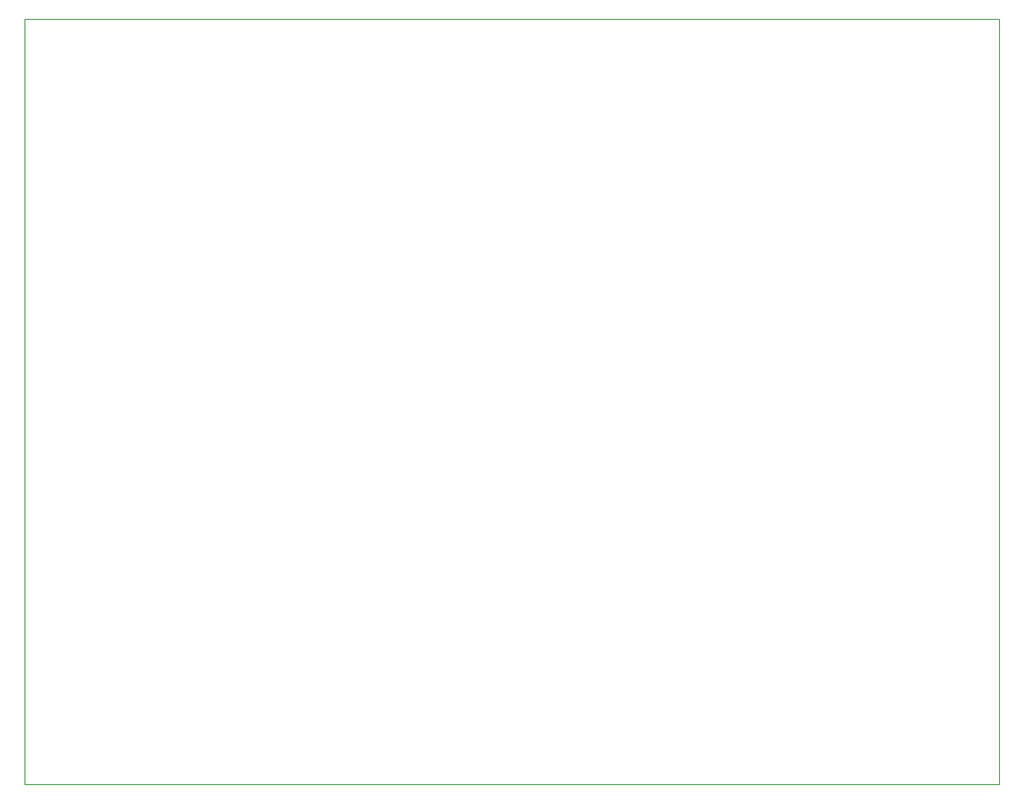
<source format=gko>
G04 Layer_Color=16711935*
%FSLAX44Y44*%
%MOMM*%
G71*
G01*
G75*
%ADD28C,0.1270*%
D28*
X8890Y1402080D02*
X1785620D01*
Y0D02*
Y1402080D01*
X0Y0D02*
X1785620D01*
X0D02*
Y1402080D01*
X11430D01*
M02*

</source>
